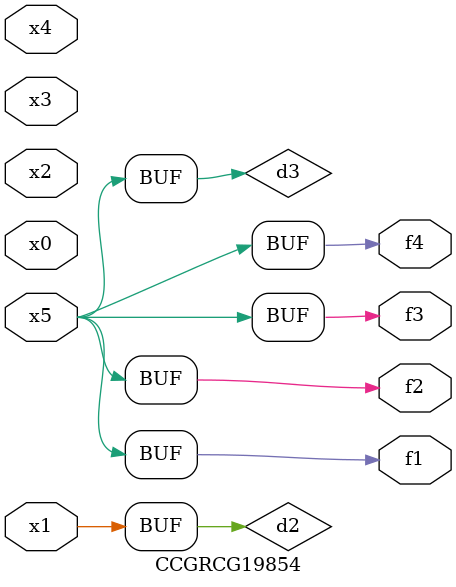
<source format=v>
module CCGRCG19854(
	input x0, x1, x2, x3, x4, x5,
	output f1, f2, f3, f4
);

	wire d1, d2, d3;

	not (d1, x5);
	or (d2, x1);
	xnor (d3, d1);
	assign f1 = d3;
	assign f2 = d3;
	assign f3 = d3;
	assign f4 = d3;
endmodule

</source>
